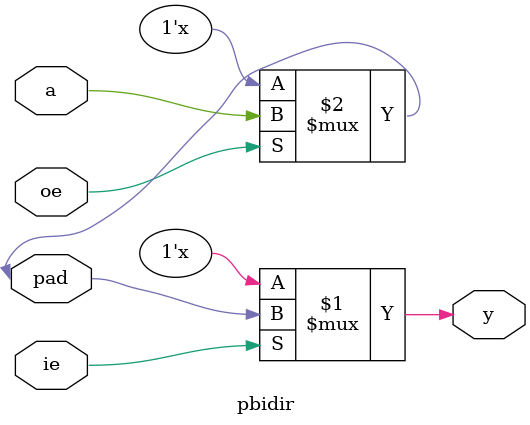
<source format=v>
module pbidir(pad,ie,oe,y,a);
  input ie,oe,a;
  inout pad;
  output y;
  bufif1 b0(y,pad,ie);
  bufif1 b1(pad,a,oe);
endmodule

</source>
